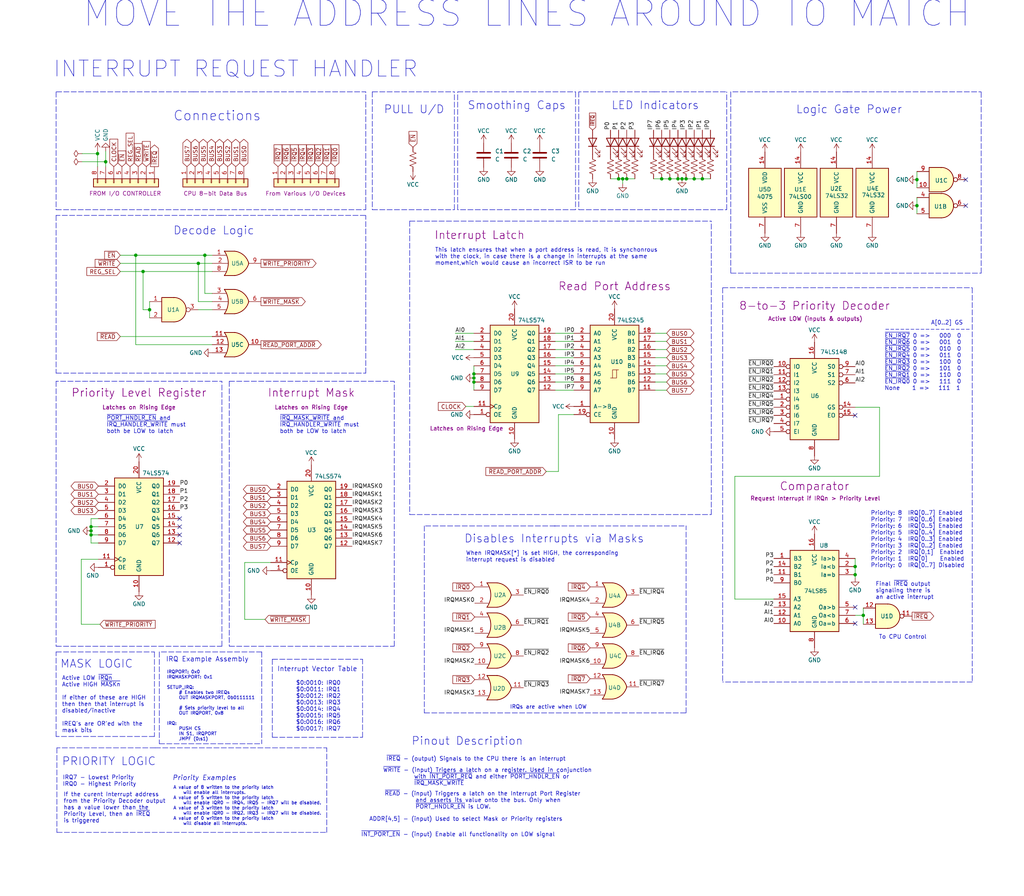
<source format=kicad_sch>
(kicad_sch (version 20211123) (generator eeschema)
  (paper "User" 319.989 280.01)
  (title_block (title "Interrpt Request Handler Module") (date "2022-02-10") (rev "v6") (company "theWickedWebDev/8-bit-computer") (comment 1 "w/ Priority Level Register & Mask Register"))
  (junction (at 267.208 177.038))
  (junction (at 46.736 96.774))
  (junction (at 194.564 55.88))
  (junction (at 209.296 55.88))
  (junction (at 195.834 55.88))
  (junction (at 267.208 179.578))
  (junction (at 286.512 64.262))
  (junction (at 28.448 164.592))
  (junction (at 148.082 118.11))
  (junction (at 214.376 55.88))
  (junction (at 42.418 79.756))
  (junction (at 193.294 55.88))
  (junction (at 148.082 116.84))
  (junction (at 148.082 119.38))
  (junction (at 269.748 192.278))
  (junction (at 206.756 55.88))
  (junction (at 213.106 55.88))
  (junction (at 64.008 79.756))
  (junction (at 28.448 167.132))
  (junction (at 30.48 48.006))
  (junction (at 44.704 84.836))
  (junction (at 28.448 165.862))
  (junction (at 216.916 55.88))
  (junction (at 211.836 55.88))
  (junction (at 286.512 56.134))
  (junction (at 33.02 50.546))
  (junction (at 61.976 82.296))
  (junction (at 219.456 55.88))
  (no_connect (at 267.208 129.794))
  (no_connect (at 56.134 162.052))
  (no_connect (at 267.208 194.818))
  (no_connect (at 267.208 189.738))
  (no_connect (at 56.134 164.592))
  (no_connect (at 56.134 167.132))
  (no_connect (at 56.134 169.672))
  (no_connect (at 301.752 64.262))
  (no_connect (at 301.752 56.134))
  (polyline (pts (xy 60.452 28.702) (xy 17.526 28.702)))
  (polyline (pts (xy 43.434 119.126) (xy 69.342 119.126)))
  (wire (pts (xy 46.736 96.774) (xy 46.736 99.314)))
  (wire (pts (xy 142.24 104.14) (xy 148.082 104.14)))
  (polyline (pts (xy 48.514 233.68) (xy 102.108 233.68)))
  (wire (pts (xy 37.592 84.836) (xy 44.704 84.836)))
  (wire (pts (xy 64.008 91.694) (xy 64.008 79.756)))
  (polyline (pts (xy 81.788 203.708) (xy 49.784 203.708)))
  (wire (pts (xy 269.748 189.992) (xy 269.748 192.278)))
  (wire (pts (xy 206.756 55.88) (xy 209.296 55.88)))
  (polyline (pts (xy 60.452 28.702) (xy 114.3 28.702)))
  (wire (pts (xy 28.448 167.132) (xy 28.448 169.672)))
  (wire (pts (xy 267.208 174.498) (xy 267.208 177.038)))
  (wire (pts (xy 209.296 55.88) (xy 211.836 55.88)))
  (polyline (pts (xy 81.788 203.708) (xy 81.788 232.41)))
  (wire (pts (xy 274.828 148.844) (xy 229.616 148.844)))
  (wire (pts (xy 142.24 106.68) (xy 148.082 106.68)))
  (polyline (pts (xy 17.526 28.702) (xy 17.526 65.532)))
  (polyline (pts (xy 69.088 67.31) (xy 17.526 67.31)))
  (polyline (pts (xy 264.668 28.702) (xy 306.578 28.702)))
  (wire (pts (xy 229.616 187.198) (xy 241.808 187.198)))
  (wire (pts (xy 28.448 165.862) (xy 28.448 167.132)))
  (wire (pts (xy 30.48 48.006) (xy 30.48 52.07)))
  (polyline (pts (xy 123.19 201.93) (xy 123.19 119.126)))
  (wire (pts (xy 46.736 96.774) (xy 44.704 96.774)))
  (wire (pts (xy 195.834 55.88) (xy 198.374 55.88)))
  (wire (pts (xy 214.376 55.88) (xy 216.916 55.88)))
  (polyline (pts (xy 17.526 67.31) (xy 17.526 116.586)))
  (wire (pts (xy 173.482 109.22) (xy 179.324 109.22)))
  (wire (pts (xy 66.294 91.694) (xy 64.008 91.694)))
  (wire (pts (xy 173.482 106.68) (xy 179.324 106.68)))
  (wire (pts (xy 76.454 193.548) (xy 82.804 193.548)))
  (wire (pts (xy 33.02 47.244) (xy 33.02 50.546)))
  (polyline (pts (xy 173.228 164.338) (xy 214.376 164.338)))
  (polyline (pts (xy 69.088 67.31) (xy 114.3 67.31)))
  (wire (pts (xy 44.704 84.836) (xy 66.294 84.836)))
  (wire (pts (xy 28.448 162.052) (xy 28.448 164.592)))
  (wire (pts (xy 37.592 105.156) (xy 66.294 105.156)))
  (wire (pts (xy 76.454 175.768) (xy 76.454 193.548)))
  (polyline (pts (xy 85.09 205.994) (xy 113.284 205.994)))
  (polyline (pts (xy 17.526 65.532) (xy 114.3 65.532)))
  (wire (pts (xy 174.498 129.54) (xy 179.324 129.54)))
  (polyline (pts (xy 102.108 260.096) (xy 102.108 233.68)))
  (wire (pts (xy 61.976 82.296) (xy 66.294 82.296)))
  (polyline (pts (xy 17.78 260.096) (xy 102.108 260.096)))
  (wire (pts (xy 37.592 82.296) (xy 61.976 82.296)))
  (polyline (pts (xy 48.514 233.68) (xy 17.78 233.68)))
  (wire (pts (xy 148.082 116.84) (xy 148.082 114.3)))
  (wire (pts (xy 286.512 61.722) (xy 286.512 64.262)))
  (wire (pts (xy 208.28 111.76) (xy 204.724 111.76)))
  (polyline (pts (xy 179.832 65.532) (xy 143.002 65.532)))
  (wire (pts (xy 76.454 175.768) (xy 84.582 175.768)))
  (wire (pts (xy 44.704 96.774) (xy 44.704 84.836)))
  (polyline (pts (xy 17.78 233.68) (xy 17.78 260.096)))
  (polyline (pts (xy 173.482 164.338) (xy 132.588 164.338)))
  (wire (pts (xy 173.482 121.92) (xy 179.324 121.92)))
  (polyline (pts (xy 179.832 28.702) (xy 179.832 65.532)))
  (wire (pts (xy 208.28 116.84) (xy 204.724 116.84)))
  (polyline (pts (xy 49.784 203.708) (xy 49.784 232.41)))
  (wire (pts (xy 28.448 164.592) (xy 28.448 165.862)))
  (wire (pts (xy 173.482 119.38) (xy 179.324 119.38)))
  (polyline (pts (xy 228.346 85.344) (xy 306.578 85.344)))
  (wire (pts (xy 208.28 121.92) (xy 204.724 121.92)))
  (polyline (pts (xy 222.25 160.782) (xy 222.25 69.088)))
  (wire (pts (xy 33.02 50.546) (xy 33.02 52.07)))
  (wire (pts (xy 170.688 147.32) (xy 174.498 147.32)))
  (wire (pts (xy 267.208 127.254) (xy 274.828 127.254)))
  (polyline (pts (xy 180.848 65.532) (xy 227.076 65.532)))
  (polyline (pts (xy 214.376 222.758) (xy 214.376 164.338)))
  (wire (pts (xy 286.512 56.134) (xy 286.512 58.674)))
  (polyline (pts (xy 116.332 65.532) (xy 141.986 65.532)))
  (polyline (pts (xy 71.628 119.126) (xy 123.19 119.126)))
  (polyline (pts (xy 17.526 116.586) (xy 114.3 116.586)))
  (polyline (pts (xy 116.332 28.702) (xy 141.986 28.702)))
  (wire (pts (xy 208.28 104.14) (xy 204.724 104.14)))
  (wire (pts (xy 267.208 179.578) (xy 267.208 180.594)))
  (polyline (pts (xy 264.922 28.702) (xy 228.346 28.702)))
  (wire (pts (xy 267.208 192.278) (xy 269.748 192.278)))
  (wire (pts (xy 148.082 116.84) (xy 148.082 118.11)))
  (polyline (pts (xy 116.332 28.702) (xy 116.332 65.532)))
  (polyline (pts (xy 141.986 65.532) (xy 141.986 28.702)))
  (polyline (pts (xy 306.578 85.344) (xy 306.578 28.702)))
  (wire (pts (xy 148.082 119.38) (xy 148.082 121.92)))
  (polyline (pts (xy 303.784 213.106) (xy 225.806 213.106)))
  (polyline (pts (xy 48.26 230.124) (xy 17.526 230.124)))
  (polyline (pts (xy 228.346 28.702) (xy 228.346 85.344)))
  (wire (pts (xy 30.48 47.244) (xy 30.48 48.006)))
  (wire (pts (xy 193.294 55.88) (xy 194.564 55.88)))
  (wire (pts (xy 274.828 127.254) (xy 274.828 148.844)))
  (polyline (pts (xy 128.016 69.088) (xy 128.016 160.782)))
  (polyline (pts (xy 114.3 65.532) (xy 114.3 28.702)))
  (polyline (pts (xy 128.016 69.088) (xy 222.25 69.088)))
  (wire (pts (xy 30.734 174.752) (xy 25.4 174.752)))
  (wire (pts (xy 37.592 79.756) (xy 42.418 79.756)))
  (polyline (pts (xy 227.076 65.532) (xy 227.076 28.702)))
  (wire (pts (xy 28.448 164.592) (xy 30.734 164.592)))
  (wire (pts (xy 42.418 79.756) (xy 64.008 79.756)))
  (wire (pts (xy 61.976 94.234) (xy 61.976 82.296)))
  (wire (pts (xy 42.418 79.756) (xy 42.418 107.696)))
  (polyline (pts (xy 17.526 119.126) (xy 17.526 201.93)))
  (wire (pts (xy 173.482 114.3) (xy 179.324 114.3)))
  (wire (pts (xy 64.008 79.756) (xy 66.294 79.756)))
  (polyline (pts (xy 43.434 119.126) (xy 17.526 119.126)))
  (wire (pts (xy 190.754 55.88) (xy 193.294 55.88)))
  (polyline (pts (xy 85.09 230.378) (xy 113.284 230.378)))
  (wire (pts (xy 173.482 104.14) (xy 179.324 104.14)))
  (wire (pts (xy 267.208 177.038) (xy 267.208 179.578)))
  (wire (pts (xy 208.28 109.22) (xy 204.724 109.22)))
  (polyline (pts (xy 143.002 65.532) (xy 143.002 28.702)))
  (polyline (pts (xy 132.588 222.758) (xy 214.376 222.758)))
  (polyline (pts (xy 204.47 28.702) (xy 180.848 28.702)))
  (polyline (pts (xy 113.284 230.378) (xy 113.284 205.994)))
  (wire (pts (xy 194.564 55.88) (xy 194.564 57.404)))
  (wire (pts (xy 216.916 55.88) (xy 219.456 55.88)))
  (wire (pts (xy 145.542 127) (xy 148.082 127)))
  (polyline (pts (xy 225.806 89.916) (xy 225.806 213.106)))
  (wire (pts (xy 213.106 55.88) (xy 214.376 55.88)))
  (polyline (pts (xy 225.806 89.916) (xy 303.784 89.916)))
  (wire (pts (xy 194.564 55.88) (xy 195.834 55.88)))
  (wire (pts (xy 148.082 118.11) (xy 148.082 119.38)))
  (polyline (pts (xy 69.342 201.93) (xy 69.342 119.126)))
  (wire (pts (xy 208.28 114.3) (xy 204.724 114.3)))
  (wire (pts (xy 173.482 111.76) (xy 179.324 111.76)))
  (wire (pts (xy 42.418 107.696) (xy 66.294 107.696)))
  (wire (pts (xy 142.24 109.22) (xy 148.082 109.22)))
  (wire (pts (xy 28.448 162.052) (xy 30.734 162.052)))
  (polyline (pts (xy 48.26 203.708) (xy 48.26 230.124)))
  (wire (pts (xy 211.836 55.88) (xy 213.106 55.88)))
  (polyline (pts (xy 143.002 28.702) (xy 179.832 28.702)))
  (polyline (pts (xy 17.526 230.124) (xy 17.526 203.708)))
  (wire (pts (xy 66.294 94.234) (xy 61.976 94.234)))
  (wire (pts (xy 229.616 148.844) (xy 229.616 187.198)))
  (polyline (pts (xy 114.3 116.586) (xy 114.3 67.31)))
  (wire (pts (xy 204.216 55.88) (xy 206.756 55.88)))
  (polyline (pts (xy 71.628 119.126) (xy 71.628 201.93)))
  (polyline (pts (xy 85.09 205.994) (xy 85.09 230.378)))
  (wire (pts (xy 219.456 55.88) (xy 221.996 55.88)))
  (wire (pts (xy 173.482 116.84) (xy 179.324 116.84)))
  (wire (pts (xy 208.28 106.68) (xy 204.724 106.68)))
  (wire (pts (xy 208.28 119.38) (xy 204.724 119.38)))
  (wire (pts (xy 28.448 169.672) (xy 30.734 169.672)))
  (wire (pts (xy 46.736 94.234) (xy 46.736 96.774)))
  (wire (pts (xy 174.498 129.54) (xy 174.498 147.32)))
  (polyline (pts (xy 303.784 89.916) (xy 303.784 213.106)))
  (polyline (pts (xy 17.526 203.708) (xy 48.26 203.708)))
  (polyline (pts (xy 128.016 160.782) (xy 222.25 160.782)))
  (wire (pts (xy 25.4 195.072) (xy 31.242 195.072)))
  (wire (pts (xy 33.02 50.546) (xy 25.654 50.546)))
  (wire (pts (xy 286.512 64.262) (xy 286.512 66.802)))
  (wire (pts (xy 269.748 192.278) (xy 269.748 195.072)))
  (wire (pts (xy 286.512 53.594) (xy 286.512 56.134)))
  (polyline (pts (xy 71.628 201.93) (xy 123.19 201.93)))
  (polyline (pts (xy 49.784 232.41) (xy 81.788 232.41)))
  (polyline (pts (xy 204.47 28.702) (xy 227.076 28.702)))
  (wire (pts (xy 25.654 48.006) (xy 30.48 48.006)))
  (wire (pts (xy 28.448 167.132) (xy 30.734 167.132)))
  (wire (pts (xy 25.4 174.752) (xy 25.4 195.072)))
  (polyline (pts (xy 17.526 201.93) (xy 69.342 201.93)))
  (polyline (pts (xy 180.848 28.702) (xy 180.848 65.532)))
  (wire (pts (xy 61.976 96.774) (xy 66.294 96.774)))
  (polyline (pts (xy 132.588 164.338) (xy 132.588 222.758)))
  (text "When IRQMASK[*] is set HIGH, the corresponding\ninterrupt request is disabled" (at 145.542 175.768 0) (effects (font (size 1.27 1.27)) (justify left bottom)))
  (text "Disables Interrupts via Masks" (at 145.034 169.926 0) (effects (font (size 2.5 2.5)) (justify left bottom)))
  (text "IRQPORT: 0x0\nIRQMASKPORT: 0x1\n\nSETUP_IRQ:\n	# Enables two IREQs\n	OUT IRQMASKPORT, 0b0111111\n\n     # Sets priority level to all\n	OUT IRQPORT, 0x8  		 \n\nIRQ:    \n	PUSH CS\n	IN S1, IRQPORT\n	JMPF (0:s1)" (at 52.07 231.648 0) (effects (font (size 1 1)) (justify left bottom)))
  (text "ONE THATS PRINTED WORKS, JUST NEED TO\nMOVE THE ADDRESS LINES AROUND TO MATCH" (at 25.654 9.144 0) (effects (font (size 8 8)) (justify left bottom)))
  (text "~{IRQ_MASK_WRITE} and\n~{IRQ_HANDLER_WRITE} must\nboth be LOW to latch" (at 87.376 135.636 0) (effects (font (size 1.27 1.27)) (justify left bottom)))
  (text "               A[0..2] GS\n-----------------\n~{EN_IRQ7} 0 =>   000  0\n~{EN_IRQ6} 0 =>   001  0\n~{EN_IRQ5} 0 =>   010  0\n~{EN_IRQ4} 0 =>   011  0\n~{EN_IRQ3} 0 =>   100  0\n~{EN_IRQ2} 0 =>   101  0\n~{EN_IRQ1} 0 =>   110  0\n~{EN_IRQ0} 0 =>   111  0\nNone    1 =>   111  1\n" (at 276.352 122.174 0) (effects (font (size 1.27 1.27)) (justify left bottom)))
  (text "Priority: 8  IRQ[0..7] Enabled\nPriority: 7  IRQ[0..6] Enabled\nPriority: 6  IRQ[0..5] Enabled\nPriority: 5  IRQ[0..4] Enabled\nPriority: 4  IRQ[0..3] Enabled\nPriority: 3  IRQ[0..2] Enabled\nPriority: 2  IRQ[0,1]  Enabled\nPriority: 1  IRQ[0]    Enabled\nPriority: 0  IRQ[0..7] Disabled" (at 272.034 177.546 0) (effects (font (size 1.27 1.27)) (justify left bottom)))
  (text "INTERRUPT REQUEST HANDLER" (at 16.51 24.638 0) (effects (font (size 5 5)) (justify left bottom)))
  (text "~{INT_PORT_EN} - (input) Enable all functionality on LOW signal" (at 112.776 261.62 0) (effects (font (size 1.27 1.27)) (justify left bottom)))
  (text "Pinout Description" (at 128.524 233.172 0) (effects (font (size 2.5 2.5)) (justify left bottom)))
  (text "LED Indicators" (at 191.008 34.544 0) (effects (font (size 2.5 2.5)) (justify left bottom)))
  (text "To CPU Control" (at 274.574 199.898 0) (effects (font (size 1.27 1.27)) (justify left bottom)))
  (text "IRQs are active when LOW" (at 183.388 221.742 180) (effects (font (size 1.2 1.2)) (justify right bottom)))
  (text "PULL U/D" (at 119.888 35.814 0) (effects (font (size 2.5 2.5)) (justify left bottom)))
  (text "$0:0010: IRQ0\n$0:0011: IRQ1\n$0:0012: IRQ2\n$0:0013: IRQ3\n$0:0014: IRQ4\n$0:0015: IRQ5\n$0:0016: IRQ6\n$0:0017: IRQ7" (at 92.456 228.6 0) (effects (font (size 1.27 1.27)) (justify left bottom)))
  (text "~{WRITE} - (input) Trigers a latch on a register. Used in conjunction\n          with ~{INT_PORT_REQ} and either ~{PORT_HNDLR_EN} or \n          ~{IRQ_MASK_WRITE}" (at 119.634 245.618 0) (effects (font (size 1.27 1.27)) (justify left bottom)))
  (text "Logic Gate Power" (at 248.666 35.814 0) (effects (font (size 2.5 2.5)) (justify left bottom)))
  (text "~{IREQ} - (output) Signals to the CPU there is an interrupt" (at 120.65 237.998 0) (effects (font (size 1.27 1.27)) (justify left bottom)))
  (text "IRQ7 - Lowest Priority\nIRQ0 - Highest Priority" (at 19.558 245.872 0) (effects (font (size 1.27 1.27)) (justify left bottom)))
  (text "If the curent Interrupt address\nfrom the Priority Decoder output\nhas a value lower than the\nPriority Level, then an ~{IREQ}\nis triggered" (at 19.812 257.302 0) (effects (font (size 1.27 1.27)) (justify left bottom)))
  (text "A value of 8 written to the priority latch \n    will enable all interrupts.\nA value of 5 written to the priority latch \n    will enable IQR0 - IRQ4. IRQ5 - IRQ7 will be disabled.\nA value of 3 written to the priority latch \n    will enable IQR0 - IRQ2. IRQ3 - IRQ7 will be disabled.\nA value of 0 written to the priority latch \n    will disable all interrupts." (at 54.102 258.064 0) (effects (font (size 1 1)) (justify left bottom)))
  (text "Active LOW ~{IRQn}\nActive HIGH ~{MASKn}\n\nIf either of these are HIGH\nthen then that interrupt is\ndisabled/inactive\n\nIREQ's are OR'ed with the\nmask bits" (at 19.304 229.108 0) (effects (font (size 1.27 1.27)) (justify left bottom)))
  (text "ADDR[4,5] - (input) Used to select Mask or Priority registers" (at 115.316 256.794 0) (effects (font (size 1.27 1.27)) (justify left bottom)))
  (text "MASK LOGIC" (at 18.796 209.042 0) (effects (font (size 2.5 2.5)) (justify left bottom)))
  (text "This latch ensures that when a port address is read, it is synchonrous \nwith the clock, in case there is a change in interrupts at the same \nmoment,which would cause an incorrect ISR to be run" (at 135.89 83.058 0) (effects (font (size 1.27 1.27)) (justify left bottom)))
  (text "Smoothing Caps" (at 146.05 34.544 0) (effects (font (size 2.5 2.5)) (justify left bottom)))
  (text "IRQ Example Assembly" (at 51.816 207.01 0) (effects (font (size 1.5 1.5)) (justify left bottom)))
  (text "Final ~{IREQ} output\nsignaling there is\nan active interrupt" (at 273.558 187.452 0) (effects (font (size 1.27 1.27)) (justify left bottom)))
  (text "Priority Examples" (at 53.848 244.094 0) (effects (font (size 1.5 1.5) italic) (justify left bottom)))
  (text "~{PORT_HNDLR_EN} and\n~{IRQ_HANDLER_WRITE} must\nboth be LOW to latch" (at 33.274 135.636 0) (effects (font (size 1.27 1.27)) (justify left bottom)))
  (text "PRIORITY LOGIC" (at 19.304 239.522 0) (effects (font (size 2.5 2.5)) (justify left bottom)))
  (text "Decode Logic" (at 54.102 73.66 0) (effects (font (size 2.5 2.5)) (justify left bottom)))
  (text "~{READ} - (input) Triggers a latch on the Interrupt Port Register\n	     and asserts its value onto the bus. Only when \n	     ~{PORT_HNDLR_EN} is LOW." (at 120.142 252.984 0) (effects (font (size 1.27 1.27)) (justify left bottom)))
  (text "Connections" (at 54.102 38.1 0) (effects (font (size 3 3)) (justify left bottom)))
  (text "Interrupt Vector Table\n" (at 86.614 210.058 0) (effects (font (size 1.5 1.5)) (justify left bottom)))
  (label "IRQMASK3" (at 148.336 217.424 180))
  (label "IP0" (at 221.996 40.64 90))
  (label "IP4" (at 176.276 114.3 0))
  (label "IP7" (at 176.276 121.92 0))
  (label "IRQMASK5" (at 109.982 165.608 0))
  (label "AI2" (at 142.24 109.22 0))
  (label "AI1" (at 142.24 106.68 0))
  (label "IP7" (at 204.216 40.64 90))
  (label "IP3" (at 214.376 40.64 90))
  (label "IRQMASK0" (at 109.982 152.908 0))
  (label "P1" (at 193.294 40.64 90))
  (label "AI1" (at 241.808 192.278 180))
  (label "IP4" (at 211.836 40.64 90))
  (label "P3" (at 198.374 40.64 90))
  (label "IRQMASK5" (at 184.404 197.866 180))
  (label "~{EN_IRQ0}" (at 241.808 114.554 180))
  (label "IP1" (at 176.276 106.68 0))
  (label "IP0" (at 176.276 104.14 0))
  (label "AI1" (at 267.208 117.094 0))
  (label "IRQMASK1" (at 148.336 197.866 180))
  (label "IRQMASK2" (at 109.982 157.988 0))
  (label "IP6" (at 176.276 119.38 0))
  (label "AI0" (at 241.808 194.818 180))
  (label "P2" (at 195.834 40.64 90))
  (label "P0" (at 241.808 182.118 180))
  (label "IRQMASK0" (at 148.336 188.468 180))
  (label "IRQMASK7" (at 184.404 217.17 180))
  (label "IRQMASK6" (at 109.982 168.148 0))
  (label "~{EN_IRQ2}" (at 163.576 204.978 0))
  (label "P1" (at 56.134 154.432 0))
  (label "P0" (at 190.754 40.64 90))
  (label "IP2" (at 176.276 109.22 0))
  (label "~{EN_IRQ0}" (at 163.576 185.928 0))
  (label "AI2" (at 267.208 119.634 0))
  (label "IRQMASK3" (at 109.982 160.528 0))
  (label "P3" (at 241.808 174.498 180))
  (label "~{EN_IRQ1}" (at 241.808 117.094 180))
  (label "~{EN_IRQ4}" (at 241.808 124.714 180))
  (label "IRQMASK7" (at 109.982 170.688 0))
  (label "AI0" (at 142.24 104.14 0))
  (label "~{EN_IRQ1}" (at 163.576 195.326 0))
  (label "IRQMASK1" (at 109.982 155.448 0))
  (label "~{EN_IRQ4}" (at 199.644 185.928 0))
  (label "P0" (at 56.134 151.892 0))
  (label "AI0" (at 267.208 114.554 0))
  (label "~{EN_IRQ3}" (at 163.576 214.884 0))
  (label "AI2" (at 241.808 189.738 180))
  (label "IP3" (at 176.276 111.76 0))
  (label "~{EN_IRQ3}" (at 241.808 122.174 180))
  (label "~{EN_IRQ6}" (at 241.808 129.794 180))
  (label "IRQMASK4" (at 184.404 188.468 180))
  (label "~{EN_IRQ6}" (at 199.644 204.978 0))
  (label "IRQMASK6" (at 184.404 207.518 180))
  (label "~{EN_IRQ2}" (at 241.808 119.634 180))
  (label "IP5" (at 176.276 116.84 0))
  (label "P2" (at 241.808 177.038 180))
  (label "~{EN_IRQ5}" (at 241.808 127.254 180))
  (label "~{EN_IRQ7}" (at 199.644 214.63 0))
  (label "P1" (at 241.808 179.578 180))
  (label "IP1" (at 219.456 40.64 90))
  (label "IP6" (at 206.756 40.64 90))
  (label "IRQMASK4" (at 109.982 163.068 0))
  (label "IP2" (at 216.916 40.64 90))
  (label "~{EN_IRQ7}" (at 241.808 132.334 180))
  (label "IP5" (at 209.296 40.64 90))
  (label "~{EN_IRQ5}" (at 199.644 195.326 0))
  (label "P2" (at 56.134 156.972 0))
  (label "IRQMASK2" (at 148.336 207.518 180))
  (label "P3" (at 56.134 159.512 0))
  (global_label "CLOCK" (shape input) (at 35.56 52.07 90) (property "Intersheet References" "${INTERSHEET_REFS}" (effects hide)))
  (global_label "~{READ_PORT_ADDR}" (shape input) (at 170.688 147.32 180) (property "Intersheet References" "${INTERSHEET_REFS}" (effects hide)))
  (global_label "~{IRQ2}" (shape input) (at 99.568 52.07 90) (property "Intersheet References" "${INTERSHEET_REFS}" (effects hide)))
  (global_label "~{IRQ0}" (shape input) (at 104.648 52.07 90) (property "Intersheet References" "${INTERSHEET_REFS}" (effects hide)))
  (global_label "BUS2" (shape tri_state) (at 71.12 52.07 90) (property "Intersheet References" "${INTERSHEET_REFS}" (effects hide)))
  (global_label "BUS2" (shape tri_state) (at 208.28 109.22 0) (property "Intersheet References" "${INTERSHEET_REFS}" (effects hide)))
  (global_label "BUS5" (shape tri_state) (at 208.28 116.84 0) (property "Intersheet References" "${INTERSHEET_REFS}" (effects hide)))
  (global_label "BUS3" (shape tri_state) (at 68.58 52.07 90) (property "Intersheet References" "${INTERSHEET_REFS}" (effects hide)))
  (global_label "BUS3" (shape tri_state) (at 30.734 159.512 180) (property "Intersheet References" "${INTERSHEET_REFS}" (effects hide)))
  (global_label "~{EN}" (shape input) (at 37.592 79.756 180) (property "Intersheet References" "${INTERSHEET_REFS}" (effects hide)))
  (global_label "~{IRQ7}" (shape input) (at 86.868 52.07 90) (property "Intersheet References" "${INTERSHEET_REFS}" (effects hide)))
  (global_label "~{WRITE_PRIORITY}" (shape output) (at 81.534 82.296 0) (property "Intersheet References" "${INTERSHEET_REFS}" (effects hide)))
  (global_label "BUS1" (shape tri_state) (at 208.28 106.68 0) (property "Intersheet References" "${INTERSHEET_REFS}" (effects hide)))
  (global_label "BUS4" (shape tri_state) (at 66.04 52.07 90) (property "Intersheet References" "${INTERSHEET_REFS}" (effects hide)))
  (global_label "~{WRITE_PRIORITY}" (shape input) (at 31.242 195.072 0) (property "Intersheet References" "${INTERSHEET_REFS}" (effects hide)))
  (global_label "BUS6" (shape tri_state) (at 208.28 119.38 0) (property "Intersheet References" "${INTERSHEET_REFS}" (effects hide)))
  (global_label "~{IRQ2}" (shape input) (at 148.336 202.438 180) (property "Intersheet References" "${INTERSHEET_REFS}" (effects hide)))
  (global_label "BUS4" (shape tri_state) (at 84.582 163.068 180) (property "Intersheet References" "${INTERSHEET_REFS}" (effects hide)))
  (global_label "BUS0" (shape tri_state) (at 208.28 104.14 0) (property "Intersheet References" "${INTERSHEET_REFS}" (effects hide)))
  (global_label "REG_SEL" (shape input) (at 40.64 52.07 90) (property "Intersheet References" "${INTERSHEET_REFS}" (effects hide)))
  (global_label "BUS3" (shape tri_state) (at 84.582 160.528 180) (property "Intersheet References" "${INTERSHEET_REFS}" (effects hide)))
  (global_label "~{EN}" (shape input) (at 129.032 45.974 90) (property "Intersheet References" "${INTERSHEET_REFS}" (effects hide)))
  (global_label "~{IRQ6}" (shape input) (at 184.404 202.438 180) (property "Intersheet References" "${INTERSHEET_REFS}" (effects hide)))
  (global_label "~{EN}" (shape input) (at 38.1 52.07 90) (property "Intersheet References" "${INTERSHEET_REFS}" (effects hide)))
  (global_label "BUS0" (shape tri_state) (at 84.582 152.908 180) (property "Intersheet References" "${INTERSHEET_REFS}" (effects hide)))
  (global_label "~{IRQ3}" (shape input) (at 148.336 212.344 180) (property "Intersheet References" "${INTERSHEET_REFS}" (effects hide)))
  (global_label "BUS2" (shape tri_state) (at 30.734 156.972 180) (property "Intersheet References" "${INTERSHEET_REFS}" (effects hide)))
  (global_label "~{READ}" (shape input) (at 43.18 52.07 90) (property "Intersheet References" "${INTERSHEET_REFS}" (effects hide)))
  (global_label "BUS4" (shape tri_state) (at 208.28 114.3 0) (property "Intersheet References" "${INTERSHEET_REFS}" (effects hide)))
  (global_label "~{WRITE}" (shape input) (at 45.72 52.07 90) (property "Intersheet References" "${INTERSHEET_REFS}" (effects hide)))
  (global_label "~{IRQ5}" (shape input) (at 184.404 192.786 180) (property "Intersheet References" "${INTERSHEET_REFS}" (effects hide)))
  (global_label "BUS0" (shape tri_state) (at 30.734 151.892 180) (property "Intersheet References" "${INTERSHEET_REFS}" (effects hide)))
  (global_label "BUS6" (shape tri_state) (at 60.96 52.07 90) (property "Intersheet References" "${INTERSHEET_REFS}" (effects hide)))
  (global_label "~{READ}" (shape input) (at 37.592 105.156 180) (property "Intersheet References" "${INTERSHEET_REFS}" (effects hide)))
  (global_label "BUS2" (shape tri_state) (at 84.582 157.988 180) (property "Intersheet References" "${INTERSHEET_REFS}" (effects hide)))
  (global_label "~{IREQ}" (shape output) (at 48.26 52.07 90) (property "Intersheet References" "${INTERSHEET_REFS}" (effects hide)))
  (global_label "~{WRITE_MASK}" (shape output) (at 81.534 94.234 0) (property "Intersheet References" "${INTERSHEET_REFS}" (effects hide)))
  (global_label "CLOCK" (shape input) (at 145.542 127 180) (property "Intersheet References" "${INTERSHEET_REFS}" (effects hide)))
  (global_label "BUS7" (shape tri_state) (at 84.582 170.688 180) (property "Intersheet References" "${INTERSHEET_REFS}" (effects hide)))
  (global_label "~{WRITE_MASK}" (shape input) (at 82.804 193.548 0) (property "Intersheet References" "${INTERSHEET_REFS}" (effects hide)))
  (global_label "~{WRITE}" (shape input) (at 37.592 82.296 180) (property "Intersheet References" "${INTERSHEET_REFS}" (effects hide)))
  (global_label "~{IREQ}" (shape output) (at 284.988 192.532 0) (property "Intersheet References" "${INTERSHEET_REFS}" (effects hide)))
  (global_label "BUS3" (shape tri_state) (at 208.28 111.76 0) (property "Intersheet References" "${INTERSHEET_REFS}" (effects hide)))
  (global_label "~{IRQ1}" (shape input) (at 102.108 52.07 90) (property "Intersheet References" "${INTERSHEET_REFS}" (effects hide)))
  (global_label "BUS5" (shape tri_state) (at 63.5 52.07 90) (property "Intersheet References" "${INTERSHEET_REFS}" (effects hide)))
  (global_label "~{IRQ7}" (shape input) (at 184.404 212.09 180) (property "Intersheet References" "${INTERSHEET_REFS}" (effects hide)))
  (global_label "BUS1" (shape tri_state) (at 84.582 155.448 180) (property "Intersheet References" "${INTERSHEET_REFS}" (effects hide)))
  (global_label "~{IRQ3}" (shape input) (at 97.028 52.07 90) (property "Intersheet References" "${INTERSHEET_REFS}" (effects hide)))
  (global_label "~{IRQ4}" (shape input) (at 94.488 52.07 90) (property "Intersheet References" "${INTERSHEET_REFS}" (effects hide)))
  (global_label "~{IRQ1}" (shape input) (at 148.336 192.786 180) (property "Intersheet References" "${INTERSHEET_REFS}" (effects hide)))
  (global_label "BUS1" (shape tri_state) (at 73.66 52.07 90) (property "Intersheet References" "${INTERSHEET_REFS}" (effects hide)))
  (global_label "REG_SEL" (shape input) (at 37.592 84.836 180) (property "Intersheet References" "${INTERSHEET_REFS}" (effects hide)))
  (global_label "~{IRQ6}" (shape input) (at 89.408 52.07 90) (property "Intersheet References" "${INTERSHEET_REFS}" (effects hide)))
  (global_label "~{READ_PORT_ADDR}" (shape output) (at 81.534 107.696 0) (property "Intersheet References" "${INTERSHEET_REFS}" (effects hide)))
  (global_label "~{IRQ4}" (shape input) (at 184.404 183.388 180) (property "Intersheet References" "${INTERSHEET_REFS}" (effects hide)))
  (global_label "BUS6" (shape tri_state) (at 84.582 168.148 180) (property "Intersheet References" "${INTERSHEET_REFS}" (effects hide)))
  (global_label "~{IREQ}" (shape input) (at 185.166 40.64 90) (effects (font (size 1 1))) (property "Intersheet References" "${INTERSHEET_REFS}" (effects hide)))
  (global_label "BUS7" (shape tri_state) (at 208.28 121.92 0) (property "Intersheet References" "${INTERSHEET_REFS}" (effects hide)))
  (global_label "~{IRQ0}" (shape input) (at 148.336 183.388 180) (property "Intersheet References" "${INTERSHEET_REFS}" (effects hide)))
  (global_label "BUS0" (shape tri_state) (at 76.2 52.07 90) (property "Intersheet References" "${INTERSHEET_REFS}" (effects hide)))
  (global_label "BUS7" (shape tri_state) (at 58.42 52.07 90) (property "Intersheet References" "${INTERSHEET_REFS}" (effects hide)))
  (global_label "BUS1" (shape tri_state) (at 30.734 154.432 180) (property "Intersheet References" "${INTERSHEET_REFS}" (effects hide)))
  (global_label "BUS5" (shape tri_state) (at 84.582 165.608 180) (property "Intersheet References" "${INTERSHEET_REFS}" (effects hide)))
  (global_label "~{IRQ5}" (shape input) (at 91.948 52.07 90) (property "Intersheet References" "${INTERSHEET_REFS}" (effects hide)))
  (symbol (lib_id "Device:LED") (at 216.916 44.45 90) (unit 1)
    (property "Reference" "D11" (effects hide))
    (property "Value" "LED" (effects hide))
    (property "Footprint" "LED_SMD:LED_0805_2012Metric" (effects hide))
  )
  (symbol (lib_id "power:VCC") (at 159.766 44.704 0) (unit 1)
    (property "Reference" "#PWR035" (effects hide))
    (property "Value" "VCC" (at 159.766 40.894 0))
  )
  (symbol (lib_id "power:GND") (at 148.082 129.54 270) (unit 1)
    (property "Reference" "#PWR024" (effects hide))
    (property "Value" "GND" (at 142.748 129.54 90))
  )
  (symbol (lib_id "Connector_Generic:Conn_01x08") (at 66.04 57.15 90) (mirror x) (unit 1)
    (property "Reference" "J2" (effects hide))
    (property "Value" "Conn_01x08" (effects hide))
    (property "Footprint" "Connector_PinHeader_2.54mm:PinHeader_1x08_P2.54mm_Vertical" (effects hide))
    (property "Field4" "CPU 8-bit Data Bus" (at 67.31 60.452 90))
  )
  (symbol (lib_id "power:GND") (at 239.014 72.898 0) (unit 1)
    (property "Reference" "#PWR0113" (effects hide))
    (property "Value" "GND" (at 239.014 76.708 0))
  )
  (symbol (lib_id "Device:LED") (at 204.216 44.45 90) (unit 1)
    (property "Reference" "D6" (effects hide))
    (property "Value" "LED" (effects hide))
    (property "Footprint" "LED_SMD:LED_0805_2012Metric" (effects hide))
  )
  (symbol (lib_id "power:VCC") (at 97.282 145.288 0) (unit 1)
    (property "Reference" "#PWR08" (effects hide))
    (property "Value" "VCC" (at 97.282 141.478 0))
  )
  (symbol (lib_id "power:GND") (at 160.782 137.16 0) (unit 1)
    (property "Reference" "#PWR028" (effects hide))
    (property "Value" "GND" (at 160.782 140.97 0))
  )
  (symbol (lib_id "Device:LED") (at 185.166 44.45 90) (unit 1)
    (property "Reference" "D1" (effects hide))
    (property "Value" "LED" (effects hide))
    (property "Footprint" "LED_SMD:LED_0805_2012Metric" (effects hide))
  )
  (symbol (lib_id "power:GND") (at 286.512 56.134 270) (unit 1)
    (property "Reference" "#PWR0111" (effects hide))
    (property "Value" "GND" (at 281.94 56.134 90))
  )
  (symbol (lib_id "Device:LED") (at 195.834 44.45 90) (unit 1)
    (property "Reference" "D4" (effects hide))
    (property "Value" "LED" (effects hide))
    (property "Footprint" "LED_SMD:LED_0805_2012Metric" (effects hide))
  )
  (symbol (lib_id "Connector_Generic:Conn_01x08") (at 40.64 57.15 270) (unit 1)
    (property "Reference" "J1" (effects hide))
    (property "Value" "Conn_01x08" (effects hide))
    (property "Footprint" "Connector_PinHeader_2.54mm:PinHeader_1x08_P2.54mm_Vertical" (effects hide))
    (property "Field4" "FROM I/O CONTROLLER" (at 39.116 60.452 90))
  )
  (symbol (lib_id "74xx:74LS32") (at 192.024 185.928 0) (unit 1)
    (property "Reference" "U4" (at 192.024 186.182 0))
    (property "Value" "74LS32" (effects hide))
    (property "Footprint" "Package_SO:TSSOP-14_4.4x5mm_P0.65mm" (effects hide))
    (property "Datasheet" "http://www.ti.com/lit/gpn/sn74LS32" (effects hide))
  )
  (symbol (lib_id "power:GND") (at 192.024 137.16 0) (unit 1)
    (property "Reference" "#PWR032" (effects hide))
    (property "Value" "GND" (at 192.024 140.97 0))
  )
  (symbol (lib_id "Device:R_US") (at 209.296 52.07 0) (unit 1)
    (property "Reference" "R8" (effects hide))
    (property "Value" "R_US" (effects hide))
    (property "Footprint" "Resistor_SMD:R_0805_2012Metric" (effects hide))
  )
  (symbol (lib_id "power:GND") (at 213.106 55.88 0) (unit 1)
    (property "Reference" "#PWR0103" (effects hide))
    (property "Value" "GND" (at 213.106 59.69 0))
  )
  (symbol (lib_id "power:GND") (at 33.02 47.244 180) (unit 1)
    (property "Reference" "#PWR07" (effects hide))
    (property "Value" "GND" (at 33.02 42.164 90))
  )
  (symbol (lib_id "Device:R_US") (at 193.294 52.07 0) (unit 1)
    (property "Reference" "R3" (effects hide))
    (property "Value" "R_US" (effects hide))
    (property "Footprint" "Resistor_SMD:R_0805_2012Metric" (effects hide))
  )
  (symbol (lib_id "power:GND") (at 148.082 118.11 270) (unit 1)
    (property "Reference" "#PWR0106" (effects hide))
    (property "Value" "GND" (at 142.748 118.11 90))
  )
  (symbol (lib_id "74xx:74LS32") (at 192.024 204.978 0) (unit 3)
    (property "Reference" "U4" (at 192.278 204.978 0))
    (property "Value" "74LS32" (effects hide))
    (property "Footprint" "Package_SO:TSSOP-14_4.4x5mm_P0.65mm" (effects hide))
    (property "Datasheet" "http://www.ti.com/lit/gpn/sn74LS32" (effects hide))
  )
  (symbol (lib_id "74xx:74LS574") (at 160.782 116.84 0) (unit 1)
    (property "Reference" "U9" (at 159.512 116.84 0) (effects (justify left)))
    (property "Value" "74LS574" (at 161.798 100.076 0) (effects (justify left)))
    (property "Footprint" "Package_SO:SO-20_5.3x12.6mm_P1.27mm" (effects hide))
    (property "Datasheet" "http://www.ti.com/lit/gpn/sn74LS574" (effects hide))
    (property "Field4" "Interrupt Latch" (at 149.86 73.406 0) (effects (font (size 2.5 2.5))))
    (property "Field5" "Latches on Rising Edge" (at 145.796 133.858 0))
  )
  (symbol (lib_id "74xx:74LS00") (at 54.356 96.774 0) (unit 1)
    (property "Reference" "U1" (at 54.102 96.774 0))
    (property "Value" "74LS00" (effects hide))
    (property "Footprint" "Package_SO:TSSOP-14_4.4x5mm_P0.65mm" (effects hide))
    (property "Datasheet" "http://www.ti.com/lit/gpn/sn74ls00" (effects hide))
  )
  (symbol (lib_id "Device:C") (at 151.13 48.514 0) (unit 1)
    (property "Reference" "C1" (at 154.686 47.2439 0) (effects (justify left)))
    (property "Value" "C" (at 154.686 49.7839 0) (effects (justify left)))
    (property "Footprint" "Capacitor_SMD:C_0805_2012Metric" (effects hide))
  )
  (symbol (lib_id "power:GND") (at 250.19 72.898 0) (unit 1)
    (property "Reference" "#PWR0112" (effects hide))
    (property "Value" "GND" (at 250.19 76.708 0))
  )
  (symbol (lib_id "power:VCC") (at 272.542 47.498 0) (unit 1)
    (property "Reference" "#PWR010" (effects hide))
    (property "Value" "VCC" (at 272.542 43.688 0))
  )
  (symbol (lib_id "Device:LED") (at 198.374 44.45 90) (unit 1)
    (property "Reference" "D5" (effects hide))
    (property "Value" "LED" (effects hide))
    (property "Footprint" "LED_SMD:LED_0805_2012Metric" (effects hide))
  )
  (symbol (lib_id "power:GND") (at 159.766 52.324 0) (unit 1)
    (property "Reference" "#PWR036" (effects hide))
    (property "Value" "GND" (at 159.766 56.134 0))
  )
  (symbol (lib_id "Device:R_US") (at 221.996 52.07 0) (unit 1)
    (property "Reference" "R13" (effects hide))
    (property "Value" "R_US" (effects hide))
    (property "Footprint" "Resistor_SMD:R_0805_2012Metric" (effects hide))
  )
  (symbol (lib_id "Device:R_US") (at 129.032 49.784 0) (unit 1)
    (property "Reference" "R14" (effects hide))
    (property "Value" "R_US" (effects hide))
    (property "Footprint" "Resistor_SMD:R_0805_2012Metric" (effects hide))
  )
  (symbol (lib_id "Device:LED") (at 209.296 44.45 90) (unit 1)
    (property "Reference" "D8" (effects hide))
    (property "Value" "LED" (effects hide))
    (property "Footprint" "LED_SMD:LED_0805_2012Metric" (effects hide))
  )
  (symbol (lib_id "power:VCC") (at 239.014 47.498 0) (unit 1)
    (property "Reference" "#PWR0108" (effects hide))
    (property "Value" "VCC" (at 239.014 43.688 0))
  )
  (symbol (lib_id "Device:LED") (at 219.456 44.45 90) (unit 1)
    (property "Reference" "D12" (effects hide))
    (property "Value" "LED" (effects hide))
    (property "Footprint" "LED_SMD:LED_0805_2012Metric" (effects hide))
  )
  (symbol (lib_id "Connector_Generic:Conn_01x08") (at 94.488 57.15 90) (mirror x) (unit 1)
    (property "Reference" "J3" (effects hide))
    (property "Value" "Conn_01x08" (effects hide))
    (property "Footprint" "Connector_PinHeader_2.54mm:PinHeader_1x08_P2.54mm_Vertical" (effects hide))
    (property "Field4" "From Various I/O Devices" (at 95.504 60.452 90))
  )
  (symbol (lib_id "74xx:74LS148") (at 254.508 124.714 0) (unit 1)
    (property "Reference" "U6" (at 253.238 123.698 0) (effects (justify left)))
    (property "Value" "74LS148" (at 256.286 109.982 0) (effects (justify left)))
    (property "Footprint" "Package_SO:SOIC-16_4.55x10.3mm_P1.27mm" (effects hide))
    (property "Datasheet" "http://www.ti.com/lit/gpn/sn74LS148" (effects hide))
    (property "Field4" "8-to-3 Priority Decoder" (at 254.508 95.504 0) (effects (font (size 2.5 2.5))))
    (property "Field5" "Active LOW (inputs & outputs)" (at 254.762 99.568 0))
  )
  (symbol (lib_id "74xx:74LS245") (at 192.024 116.84 0) (unit 1)
    (property "Reference" "U10" (at 190.754 113.03 0) (effects (justify left)))
    (property "Value" "74LS245" (at 192.786 100.076 0) (effects (justify left)))
    (property "Footprint" "Package_SO:TSSOP-20_4.4x6.5mm_P0.65mm" (effects hide))
    (property "Datasheet" "http://www.ti.com/lit/gpn/sn74LS245" (effects hide))
    (property "Field4" "Read Port Address" (at 192.024 89.408 0) (effects (font (size 2.5 2.5))))
  )
  (symbol (lib_id "74xx:74LS32") (at 155.956 195.326 0) (unit 2)
    (property "Reference" "U2" (at 156.21 196.088 0))
    (property "Value" "74LS32" (effects hide))
    (property "Footprint" "Package_SO:TSSOP-14_4.4x5mm_P0.65mm" (effects hide))
    (property "Datasheet" "http://www.ti.com/lit/gpn/sn74LS32" (effects hide))
  )
  (symbol (lib_id "Device:C") (at 168.656 48.514 0) (unit 1)
    (property "Reference" "C3" (at 172.212 47.2439 0) (effects (justify left)))
    (property "Value" "C" (at 172.212 49.7839 0) (effects (justify left)))
    (property "Footprint" "Capacitor_SMD:C_0805_2012Metric" (effects hide))
  )
  (symbol (lib_id "74xx:74LS574") (at 97.282 165.608 0) (unit 1)
    (property "Reference" "U3" (at 96.012 165.608 0) (effects (justify left)))
    (property "Value" "74LS574" (at 98.298 148.844 0) (effects (justify left)))
    (property "Footprint" "Package_SO:SO-20_5.3x12.6mm_P1.27mm" (effects hide))
    (property "Datasheet" "http://www.ti.com/lit/gpn/sn74LS574" (effects hide))
    (property "Field4" "Interrupt Mask" (at 97.282 122.682 0) (effects (font (size 2.5 2.5))))
    (property "Field5" "Latches on Rising Edge" (at 97.282 127.254 0))
  )
  (symbol (lib_id "74xx:74LS32") (at 272.542 60.198 0) (unit 5)
    (property "Reference" "U4" (at 270.764 58.928 0) (effects (justify left)))
    (property "Value" "74LS32" (at 269.24 60.96 0) (effects (justify left)))
    (property "Footprint" "Package_SO:TSSOP-14_4.4x5mm_P0.65mm" (effects hide))
    (property "Datasheet" "http://www.ti.com/lit/gpn/sn74LS32" (effects hide))
  )
  (symbol (lib_id "power:GND") (at 151.13 52.324 0) (unit 1)
    (property "Reference" "#PWR034" (effects hide))
    (property "Value" "GND" (at 151.13 56.134 0))
  )
  (symbol (lib_id "Device:R_US") (at 190.754 52.07 0) (unit 1)
    (property "Reference" "R2" (effects hide))
    (property "Value" "R_US" (effects hide))
    (property "Footprint" "Resistor_SMD:R_0805_2012Metric" (effects hide))
  )
  (symbol (lib_id "74xx:74LS32") (at 192.024 195.326 0) (unit 2)
    (property "Reference" "U4" (at 192.024 195.326 0))
    (property "Value" "74LS32" (effects hide))
    (property "Footprint" "Package_SO:TSSOP-14_4.4x5mm_P0.65mm" (effects hide))
    (property "Datasheet" "http://www.ti.com/lit/gpn/sn74LS32" (effects hide))
  )
  (symbol (lib_id "power:VCC") (at 250.19 47.498 0) (unit 1)
    (property "Reference" "#PWR0109" (effects hide))
    (property "Value" "VCC" (at 250.19 43.688 0))
  )
  (symbol (lib_id "74xx:74LS85") (at 254.508 184.658 0) (unit 1)
    (property "Reference" "U8" (at 256.032 170.434 0) (effects (justify left)))
    (property "Value" "74LS85" (at 251.206 184.658 0) (effects (justify left)))
    (property "Footprint" "Package_SO:SOIC-16_4.55x10.3mm_P1.27mm" (effects hide))
    (property "Datasheet" "http://www.ti.com/lit/gpn/sn74LS85" (effects hide))
    (property "Field4" "Comparator" (at 254.508 151.892 0) (effects (font (size 2.5 2.5))))
    (property "Field5" "Request Interrupt if IRQn > Priority Level" (at 254.762 155.702 0))
  )
  (symbol (lib_id "power:VCC") (at 148.082 111.76 90) (unit 1)
    (property "Reference" "#PWR?" (effects hide))
    (property "Value" "VCC" (at 143.002 111.76 90))
  )
  (symbol (lib_id "power:GND") (at 267.208 180.594 0) (unit 1)
    (property "Reference" "#PWR029" (effects hide))
    (property "Value" "GND" (at 267.208 184.404 0))
  )
  (symbol (lib_id "power:VCC") (at 192.024 96.52 0) (unit 1)
    (property "Reference" "#PWR031" (effects hide))
    (property "Value" "VCC" (at 192.024 92.71 0))
  )
  (symbol (lib_id "74xx:74LS32") (at 261.366 60.198 0) (unit 5)
    (property "Reference" "U2" (at 259.334 58.928 0) (effects (justify left)))
    (property "Value" "74LS32" (at 257.81 61.214 0) (effects (justify left)))
    (property "Footprint" "Package_SO:TSSOP-14_4.4x5mm_P0.65mm" (effects hide))
    (property "Datasheet" "http://www.ti.com/lit/gpn/sn74LS32" (effects hide))
  )
  (symbol (lib_id "power:GND") (at 84.582 178.308 270) (unit 1)
    (property "Reference" "#PWR03" (effects hide))
    (property "Value" "GND" (at 79.248 178.308 90))
  )
  (symbol (lib_id "power:VCC") (at 254.508 106.934 0) (unit 1)
    (property "Reference" "#PWR019" (effects hide))
    (property "Value" "VCC" (at 254.508 103.124 0))
  )
  (symbol (lib_id "Device:R_US") (at 216.916 52.07 0) (unit 1)
    (property "Reference" "R11" (effects hide))
    (property "Value" "R_US" (effects hide))
    (property "Footprint" "Resistor_SMD:R_0805_2012Metric" (effects hide))
  )
  (symbol (lib_id "power:VCC") (at 43.434 144.272 0) (unit 1)
    (property "Reference" "#PWR021" (effects hide))
    (property "Value" "VCC" (at 43.434 140.208 0))
  )
  (symbol (lib_id "power:VCC") (at 261.366 47.498 0) (unit 1)
    (property "Reference" "#PWR04" (effects hide))
    (property "Value" "VCC" (at 261.366 43.688 0))
  )
  (symbol (lib_id "Device:R_US") (at 195.834 52.07 0) (unit 1)
    (property "Reference" "R4" (effects hide))
    (property "Value" "R_US" (effects hide))
    (property "Footprint" "Resistor_SMD:R_0805_2012Metric" (effects hide))
  )
  (symbol (lib_id "power:GND") (at 286.512 64.262 270) (unit 1)
    (property "Reference" "#PWR0110" (effects hide))
    (property "Value" "GND" (at 281.94 64.262 90))
  )
  (symbol (lib_id "Device:LED") (at 193.294 44.45 90) (unit 1)
    (property "Reference" "D3" (effects hide))
    (property "Value" "LED" (effects hide))
    (property "Footprint" "LED_SMD:LED_0805_2012Metric" (effects hide))
  )
  (symbol (lib_id "power:GND") (at 241.808 134.874 270) (unit 1)
    (property "Reference" "#PWR017" (effects hide))
    (property "Value" "GND" (at 238.76 134.874 90) (effects (justify right)))
  )
  (symbol (lib_id "power:GND") (at 66.294 110.236 270) (unit 1)
    (property "Reference" "#PWR0107" (effects hide))
    (property "Value" "GND" (at 61.214 110.236 90))
  )
  (symbol (lib_id "power:GND") (at 254.508 142.494 0) (unit 1)
    (property "Reference" "#PWR020" (effects hide))
    (property "Value" "GND" (at 254.508 146.304 0))
  )
  (symbol (lib_id "Device:LED") (at 211.836 44.45 90) (unit 1)
    (property "Reference" "D9" (effects hide))
    (property "Value" "LED" (effects hide))
    (property "Footprint" "LED_SMD:LED_0805_2012Metric" (effects hide))
  )
  (symbol (lib_id "4xxx:4075") (at 239.014 60.198 0) (unit 4)
    (property "Reference" "U5" (at 236.982 59.182 0) (effects (justify left)))
    (property "Value" "4075" (at 236.474 61.468 0) (effects (justify left)))
    (property "Datasheet" "http://www.intersil.com/content/dam/Intersil/documents/cd40/cd4071bms-72bms-75bms.pdf" (effects hide))
  )
  (symbol (lib_id "Device:LED") (at 190.754 44.45 90) (unit 1)
    (property "Reference" "D2" (effects hide))
    (property "Value" "LED" (effects hide))
    (property "Footprint" "LED_SMD:LED_0805_2012Metric" (effects hide))
  )
  (symbol (lib_id "Device:LED") (at 206.756 44.45 90) (unit 1)
    (property "Reference" "D7" (effects hide))
    (property "Value" "LED" (effects hide))
    (property "Footprint" "LED_SMD:LED_0805_2012Metric" (effects hide))
  )
  (symbol (lib_id "74xx:74LS574") (at 43.434 164.592 0) (unit 1)
    (property "Reference" "U7" (at 42.164 164.592 0) (effects (justify left)))
    (property "Value" "74LS574" (at 44.45 147.828 0) (effects (justify left)))
    (property "Footprint" "Package_SO:SO-20_5.3x12.6mm_P1.27mm" (effects hide))
    (property "Datasheet" "http://www.ti.com/lit/gpn/sn74LS574" (effects hide))
    (property "Field4" "Priority Level Register" (at 43.434 122.682 0) (effects (font (size 2.5 2.5))))
    (property "Field5" "Latches on Rising Edge" (at 43.434 127.254 0))
  )
  (symbol (lib_id "4xxx:4075") (at 73.914 82.296 0) (unit 1)
    (property "Reference" "U5" (at 74.168 82.296 0))
    (property "Value" "4075" (effects hide))
    (property "Datasheet" "http://www.intersil.com/content/dam/Intersil/documents/cd40/cd4071bms-72bms-75bms.pdf" (effects hide))
  )
  (symbol (lib_id "power:GND") (at 30.734 177.292 270) (unit 1)
    (property "Reference" "#PWR018" (effects hide))
    (property "Value" "GND" (at 28.956 179.832 90))
  )
  (symbol (lib_id "power:GND") (at 185.166 55.88 0) (unit 1)
    (property "Reference" "#PWR0102" (effects hide))
    (property "Value" "GND" (at 185.166 59.69 0))
  )
  (symbol (lib_id "74xx:74LS32") (at 155.956 204.978 0) (unit 3)
    (property "Reference" "U2" (at 156.21 204.978 0))
    (property "Value" "74LS32" (effects hide))
    (property "Footprint" "Package_SO:TSSOP-14_4.4x5mm_P0.65mm" (effects hide))
    (property "Datasheet" "http://www.ti.com/lit/gpn/sn74LS32" (effects hide))
  )
  (symbol (lib_id "74xx:74LS32") (at 155.956 214.884 0) (unit 4)
    (property "Reference" "U2" (at 155.956 215.138 0))
    (property "Value" "74LS32" (effects hide))
    (property "Footprint" "Package_SO:TSSOP-14_4.4x5mm_P0.65mm" (effects hide))
    (property "Datasheet" "http://www.ti.com/lit/gpn/sn74LS32" (effects hide))
  )
  (symbol (lib_id "74xx:74LS00") (at 294.132 64.262 0) (unit 2)
    (property "Reference" "U1" (at 293.878 64.516 0))
    (property "Value" "74LS00" (effects hide))
    (property "Footprint" "Package_SO:TSSOP-14_4.4x5mm_P0.65mm" (effects hide))
    (property "Datasheet" "http://www.ti.com/lit/gpn/sn74ls00" (effects hide))
  )
  (symbol (lib_id "power:PWR_FLAG") (at 25.654 50.546 90) (unit 1)
    (property "Reference" "#FLG02" (effects hide))
    (property "Value" "PWR_FLAG" (effects hide))
  )
  (symbol (lib_id "power:GND") (at 97.282 185.928 0) (unit 1)
    (property "Reference" "#PWR09" (effects hide))
    (property "Value" "GND" (at 97.282 189.738 0))
  )
  (symbol (lib_id "4xxx:4075") (at 73.914 94.234 0) (unit 2)
    (property "Reference" "U5" (at 74.168 94.234 0))
    (property "Value" "4075" (effects hide))
    (property "Footprint" "Package_SO:SOIC-14_3.9x8.7mm_P1.27mm" (effects hide))
    (property "Datasheet" "http://www.intersil.com/content/dam/Intersil/documents/cd40/cd4071bms-72bms-75bms.pdf" (effects hide))
  )
  (symbol (lib_id "power:GND") (at 43.434 184.912 0) (unit 1)
    (property "Reference" "#PWR022" (effects hide))
    (property "Value" "GND" (at 43.434 188.722 0))
  )
  (symbol (lib_id "Device:R_US") (at 185.166 52.07 0) (unit 1)
    (property "Reference" "R1" (effects hide))
    (property "Value" "R_US" (effects hide))
    (property "Footprint" "Resistor_SMD:R_0805_2012Metric" (effects hide))
  )
  (symbol (lib_id "power:GND") (at 28.448 165.862 270) (unit 1)
    (property "Reference" "#PWR016" (effects hide))
    (property "Value" "GND" (at 23.114 165.862 90))
  )
  (symbol (lib_id "power:VCC") (at 151.13 44.704 0) (unit 1)
    (property "Reference" "#PWR033" (effects hide))
    (property "Value" "VCC" (at 151.13 40.894 0))
  )
  (symbol (lib_id "74xx:74LS00") (at 277.368 192.532 0) (unit 4)
    (property "Reference" "U1" (at 277.114 192.532 0))
    (property "Value" "74LS00" (effects hide))
    (property "Footprint" "Package_SO:TSSOP-14_4.4x5mm_P0.65mm" (effects hide))
    (property "Datasheet" "http://www.ti.com/lit/gpn/sn74ls00" (effects hide))
  )
  (symbol (lib_id "power:GND") (at 261.366 72.898 0) (unit 1)
    (property "Reference" "#PWR05" (effects hide))
    (property "Value" "GND" (at 261.366 76.708 0))
  )
  (symbol (lib_id "Device:R_US") (at 219.456 52.07 0) (unit 1)
    (property "Reference" "R12" (effects hide))
    (property "Value" "R_US" (effects hide))
    (property "Footprint" "Resistor_SMD:R_0805_2012Metric" (effects hide))
  )
  (symbol (lib_id "power:VCC") (at 129.032 53.594 180) (unit 1)
    (property "Reference" "#PWR0104" (effects hide))
    (property "Value" "VCC" (at 129.032 57.658 0))
  )
  (symbol (lib_id "power:GND") (at 254.508 202.438 0) (unit 1)
    (property "Reference" "#PWR026" (effects hide))
    (property "Value" "GND" (at 254.508 206.248 0))
  )
  (symbol (lib_id "power:VCC") (at 160.782 96.52 0) (unit 1)
    (property "Reference" "#PWR027" (effects hide))
    (property "Value" "VCC" (at 160.782 92.71 0))
  )
  (symbol (lib_id "Device:LED") (at 214.376 44.45 90) (unit 1)
    (property "Reference" "D10" (effects hide))
    (property "Value" "LED" (effects hide))
    (property "Footprint" "LED_SMD:LED_0805_2012Metric" (effects hide))
  )
  (symbol (lib_id "power:VCC") (at 254.508 166.878 0) (unit 1)
    (property "Reference" "#PWR025" (effects hide))
    (property "Value" "VCC" (at 254.508 163.068 0))
  )
  (symbol (lib_id "Device:R_US") (at 198.374 52.07 0) (unit 1)
    (property "Reference" "R5" (effects hide))
    (property "Value" "R_US" (effects hide))
    (property "Footprint" "Resistor_SMD:R_0805_2012Metric" (effects hide))
  )
  (symbol (lib_id "Device:LED") (at 221.996 44.45 90) (unit 1)
    (property "Reference" "D13" (effects hide))
    (property "Value" "LED" (effects hide))
    (property "Footprint" "LED_SMD:LED_0805_2012Metric" (effects hide))
  )
  (symbol (lib_id "power:GND") (at 272.542 72.898 0) (unit 1)
    (property "Reference" "#PWR011" (effects hide))
    (property "Value" "GND" (at 272.542 76.708 0))
  )
  (symbol (lib_id "74xx:74LS32") (at 155.956 185.928 0) (unit 1)
    (property "Reference" "U2" (at 156.21 185.928 0))
    (property "Value" "74LS32" (effects hide))
    (property "Footprint" "Package_SO:TSSOP-14_4.4x5mm_P0.65mm" (effects hide))
    (property "Datasheet" "http://www.ti.com/lit/gpn/sn74LS32" (effects hide))
  )
  (symbol (lib_id "power:PWR_FLAG") (at 25.654 48.006 90) (unit 1)
    (property "Reference" "#FLG01" (effects hide))
    (property "Value" "PWR_FLAG" (effects hide))
  )
  (symbol (lib_id "Device:C") (at 159.766 48.514 0) (unit 1)
    (property "Reference" "C2" (at 163.322 47.2439 0) (effects (justify left)))
    (property "Value" "C" (at 163.322 49.7839 0) (effects (justify left)))
    (property "Footprint" "Capacitor_SMD:C_0805_2012Metric" (effects hide))
  )
  (symbol (lib_id "74xx:74LS32") (at 192.024 214.63 0) (unit 4)
    (property "Reference" "U4" (at 192.024 214.884 0))
    (property "Value" "74LS32" (effects hide))
    (property "Footprint" "Package_SO:TSSOP-14_4.4x5mm_P0.65mm" (effects hide))
    (property "Datasheet" "http://www.ti.com/lit/gpn/sn74LS32" (effects hide))
  )
  (symbol (lib_id "74xx:74LS00") (at 250.19 60.198 0) (unit 5)
    (property "Reference" "U1" (at 248.158 59.182 0) (effects (justify left)))
    (property "Value" "74LS00" (at 246.38 61.468 0) (effects (justify left)))
    (property "Footprint" "Package_SO:TSSOP-14_4.4x5mm_P0.65mm" (effects hide))
    (property "Datasheet" "http://www.ti.com/lit/gpn/sn74ls00" (effects hide))
  )
  (symbol (lib_id "Device:R_US") (at 206.756 52.07 0) (unit 1)
    (property "Reference" "R7" (effects hide))
    (property "Value" "R_US" (effects hide))
    (property "Footprint" "Resistor_SMD:R_0805_2012Metric" (effects hide))
  )
  (symbol (lib_id "power:GND") (at 168.656 52.324 0) (unit 1)
    (property "Reference" "#PWR038" (effects hide))
    (property "Value" "GND" (at 168.656 56.134 0))
  )
  (symbol (lib_id "4xxx:4075") (at 73.914 107.696 0) (unit 3)
    (property "Reference" "U5" (at 74.168 107.696 0))
    (property "Value" "4075" (effects hide))
    (property "Datasheet" "http://www.intersil.com/content/dam/Intersil/documents/cd40/cd4071bms-72bms-75bms.pdf" (effects hide))
  )
  (symbol (lib_id "power:VCC") (at 179.324 127 90) (unit 1)
    (property "Reference" "#PWR030" (effects hide))
    (property "Value" "VCC" (at 174.498 127 90))
  )
  (symbol (lib_id "power:VCC") (at 30.48 47.244 0) (unit 1)
    (property "Reference" "#PWR06" (effects hide))
    (property "Value" "VCC" (at 30.48 42.164 90))
  )
  (symbol (lib_id "Device:R_US") (at 204.216 52.07 0) (unit 1)
    (property "Reference" "R6" (effects hide))
    (property "Value" "R_US" (effects hide))
    (property "Footprint" "Resistor_SMD:R_0805_2012Metric" (effects hide))
  )
  (symbol (lib_id "Device:R_US") (at 211.836 52.07 0) (unit 1)
    (property "Reference" "R9" (effects hide))
    (property "Value" "R_US" (effects hide))
    (property "Footprint" "Resistor_SMD:R_0805_2012Metric" (effects hide))
  )
  (symbol (lib_id "power:VCC") (at 168.656 44.704 0) (unit 1)
    (property "Reference" "#PWR037" (effects hide))
    (property "Value" "VCC" (at 168.656 40.894 0))
  )
  (symbol (lib_id "Device:R_US") (at 214.376 52.07 0) (unit 1)
    (property "Reference" "R10" (effects hide))
    (property "Value" "R_US" (effects hide))
    (property "Footprint" "Resistor_SMD:R_0805_2012Metric" (effects hide))
  )
  (symbol (lib_id "power:GND") (at 194.564 57.404 0) (unit 1)
    (property "Reference" "#PWR0101" (effects hide))
    (property "Value" "GND" (at 194.564 61.214 0))
  )
  (symbol (lib_id "74xx:74LS00") (at 294.132 56.134 0) (unit 3)
    (property "Reference" "U1" (at 294.132 56.388 0))
    (property "Value" "74LS00" (effects hide))
    (property "Footprint" "Package_SO:TSSOP-14_4.4x5mm_P0.65mm" (effects hide))
    (property "Datasheet" "http://www.ti.com/lit/gpn/sn74ls00" (effects hide))
  )
)
</source>
